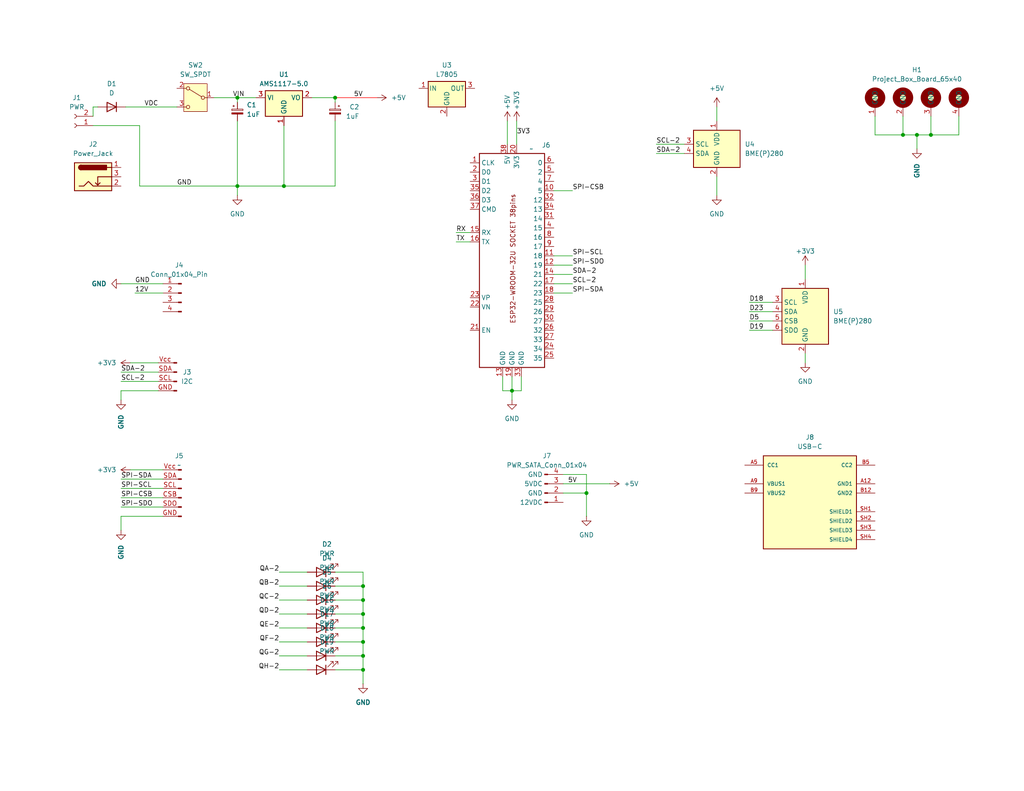
<source format=kicad_sch>
(kicad_sch (version 20231120) (generator "eeschema") (generator_version "8.0")
  (paper "USLetter")
  (title_block (title "ESP32 Sensor Node") (date "2024-07-03") (rev "v2.0") (comment 1 "ESP32-WROOM-32D Adapter"))
  (lib_symbols
    (symbol "+3V3_2" (power) (pin_numbers hide) (pin_names (offset 0) hide)
      (property "Value" "+3V3" (at 0 3.556 0))
      (symbol "+3V3_2_0_1"
        (polyline (pts (xy -0.762 1.27) (xy 0 2.54)))
        (polyline (pts (xy 0 0) (xy 0 2.54)))
        (polyline (pts (xy 0 2.54) (xy 0.762 1.27)))
      )
      (symbol "+3V3_2_1_1"
        (pin power_in line (at 0 0 90) (length 0) (name "~") (number "1"))
      )
    )
    (symbol "+5V_2" (power) (pin_numbers hide) (pin_names (offset 0) hide)
      (property "Value" "+5V" (at 0 3.556 0))
      (symbol "+5V_2_0_1"
        (polyline (pts (xy -0.762 1.27) (xy 0 2.54)))
        (polyline (pts (xy 0 0) (xy 0 2.54)))
        (polyline (pts (xy 0 2.54) (xy 0.762 1.27)))
      )
      (symbol "+5V_2_1_1"
        (pin power_in line (at 0 0 90) (length 0) (name "~") (number "1"))
      )
    )
    (symbol "Alexander Symbol Library:BME(P)280"
      (property "Reference" "U" (at -7.62 10.16 0))
      (property "Value" "BME(P)280" (at 5.08 10.16 0))
      (symbol "BME(P)280_0_1"
        (rectangle (start -7.62 7.62) (end 5.08 -2.54) (stroke (width 0.254)) (fill (type background)))
      )
      (symbol "BME(P)280_1_1"
        (pin power_in line (at -1.27 10.16 270) (length 2.54) (name "VDD") (number "1"))
        (pin power_out line (at -1.27 -5.08 90) (length 2.54) (name "GND") (number "2"))
        (pin input line (at -10.16 3.81 0) (length 2.54) (name "SCL") (number "3"))
        (pin bidirectional line (at -10.16 1.27 0) (length 2.54) (name "SDA") (number "4"))
      )
    )
    (symbol "Alexander Symbol Library:ESP32-WROOM-32U-38pins"
      (property "Reference" "J20" (at 13.6241 62.23 0))
      (property "Value" "~" (at 13.6241 59.69 0))
      (symbol "ESP32-WROOM-32U-38pins_0_1"
        (rectangle (start 0 58.42) (end 17.78 0) (stroke (width 0.254)))
      )
      (symbol "ESP32-WROOM-32U-38pins_1_1"
        (text "ESP32-WROOM-32U SOCKET 38pins" (at 9.144 29.718 900) (effects (font (size 1.27 1.27))))
        (pin input line (at -2.54 55.88 0) (length 2.54) (name "CLK") (number "1"))
        (pin bidirectional line (at 20.32 48.26 180) (length 2.54) (name "5") (number "10"))
        (pin bidirectional line (at 20.32 30.48 180) (length 2.54) (name "18") (number "11"))
        (pin bidirectional line (at 20.32 27.94 180) (length 2.54) (name "19") (number "12"))
        (pin power_out line (at 6.35 -2.54 90) (length 2.54) (name "GND") (number "13"))
        (pin bidirectional line (at 20.32 25.4 180) (length 2.54) (name "21") (number "14"))
        (pin bidirectional line (at -2.54 36.83 0) (length 2.54) (name "RX") (number "15"))
        (pin bidirectional line (at -2.54 34.29 0) (length 2.54) (name "TX") (number "16"))
        (pin bidirectional line (at 20.32 22.86 180) (length 2.54) (name "22") (number "17"))
        (pin bidirectional line (at 20.32 20.32 180) (length 2.54) (name "23") (number "18"))
        (pin power_out line (at 8.89 -2.54 90) (length 2.54) (name "GND") (number "19"))
        (pin bidirectional line (at -2.54 53.34 0) (length 2.54) (name "D0") (number "2"))
        (pin power_in line (at 10.16 60.96 270) (length 2.54) (name "3V3") (number "20"))
        (pin bidirectional line (at -2.54 10.16 0) (length 2.54) (name "EN") (number "21"))
        (pin bidirectional line (at -2.54 16.51 0) (length 2.54) (name "VN") (number "22"))
        (pin bidirectional line (at -2.54 19.05 0) (length 2.54) (name "VP") (number "23"))
        (pin bidirectional line (at 20.32 5.08 180) (length 2.54) (name "34") (number "24"))
        (pin bidirectional line (at 20.32 2.54 180) (length 2.54) (name "35") (number "25"))
        (pin bidirectional line (at 20.32 10.16 180) (length 2.54) (name "32") (number "26"))
        (pin bidirectional line (at 20.32 7.62 180) (length 2.54) (name "33") (number "27"))
        (pin bidirectional line (at 20.32 17.78 180) (length 2.54) (name "25") (number "28"))
        (pin bidirectional line (at 20.32 15.24 180) (length 2.54) (name "26") (number "29"))
        (pin bidirectional line (at -2.54 50.8 0) (length 2.54) (name "D1") (number "3"))
        (pin bidirectional line (at 20.32 12.7 180) (length 2.54) (name "27") (number "30"))
        (pin bidirectional line (at 20.32 40.64 180) (length 2.54) (name "14") (number "31"))
        (pin bidirectional line (at 20.32 45.72 180) (length 2.54) (name "12") (number "32"))
        (pin power_out line (at 11.43 -2.54 90) (length 2.54) (name "GND") (number "33"))
        (pin bidirectional line (at 20.32 43.18 180) (length 2.54) (name "13") (number "34"))
        (pin bidirectional line (at -2.54 48.26 0) (length 2.54) (name "D2") (number "35"))
        (pin bidirectional line (at -2.54 45.72 0) (length 2.54) (name "D3") (number "36"))
        (pin bidirectional line (at -2.54 43.18 0) (length 2.54) (name "CMD") (number "37"))
        (pin power_in line (at 7.62 60.96 270) (length 2.54) (name "5V") (number "38"))
        (pin bidirectional line (at 20.32 38.1 180) (length 2.54) (name "15") (number "4"))
        (pin bidirectional line (at 20.32 53.34 180) (length 2.54) (name "2") (number "5"))
        (pin bidirectional line (at 20.32 55.88 180) (length 2.54) (name "0") (number "6"))
        (pin bidirectional line (at 20.32 50.8 180) (length 2.54) (name "4") (number "7"))
        (pin bidirectional line (at 20.32 35.56 180) (length 2.54) (name "16") (number "8"))
        (pin bidirectional line (at 20.32 33.02 180) (length 2.54) (name "17") (number "9"))
      )
    )
    (symbol "Alexander_Library_Symbols:BME(P)280"
      (property "Reference" "U" (at -7.62 10.16 0))
      (property "Value" "BME(P)280" (at 5.08 10.16 0))
      (symbol "BME(P)280_0_1"
        (rectangle (start -7.62 7.62) (end 5.08 -7.62) (stroke (width 0.254)) (fill (type background)))
      )
      (symbol "BME(P)280_1_1"
        (pin power_in line (at -1.27 10.16 270) (length 2.54) (name "VDD") (number "1"))
        (pin power_out line (at -1.27 -10.16 90) (length 2.54) (name "GND") (number "2"))
        (pin input line (at -10.16 3.81 0) (length 2.54) (name "SCL") (number "3"))
        (pin bidirectional line (at -10.16 1.27 0) (length 2.54) (name "SDA") (number "4"))
        (pin input line (at -10.16 -1.27 0) (length 2.54) (name "CSB") (number "5"))
        (pin input line (at -10.16 -3.81 0) (length 2.54) (name "SDO") (number "6"))
      )
    )
    (symbol "Alexander_Library_Symbols:Conn_I2C_01x04" (pin_names (offset 1.016) hide)
      (property "Reference" "J" (at 0 5.08 0))
      (property "Value" "I2C" (at 0 -7.62 0))
      (symbol "Conn_I2C_01x04_1_1"
        (polyline (pts (xy 1.27 -5.08) (xy 0.8636 -5.08)) (stroke (width 0.1524)))
        (polyline (pts (xy 1.27 -2.54) (xy 0.8636 -2.54)) (stroke (width 0.1524)))
        (polyline (pts (xy 1.27 0) (xy 0.8636 0)) (stroke (width 0.1524)))
        (polyline (pts (xy 1.27 2.54) (xy 0.8636 2.54)) (stroke (width 0.1524)))
        (rectangle (start 0.8636 -4.953) (end 0 -5.207) (stroke (width 0.1524)) (fill (type outline)))
        (rectangle (start 0.8636 -2.413) (end 0 -2.667) (stroke (width 0.1524)) (fill (type outline)))
        (rectangle (start 0.8636 0.127) (end 0 -0.127) (stroke (width 0.1524)) (fill (type outline)))
        (rectangle (start 0.8636 2.667) (end 0 2.413) (stroke (width 0.1524)) (fill (type outline)))
        (pin power_out line (at 5.08 -5.08 180) (length 3.81) (name "GND") (number "GND"))
        (pin bidirectional line (at 5.08 -2.54 180) (length 3.81) (name "SCL") (number "SCL"))
        (pin bidirectional line (at 5.08 0 180) (length 3.81) (name "SDA") (number "SDA"))
        (pin power_in line (at 5.08 2.54 180) (length 3.81) (name "VCC") (number "Vcc"))
      )
    )
    (symbol "Alexander_Library_Symbols:PWR_SATA_Conn_01x04" (pin_names (offset 1.778)) (exclude_from_sim yes)
      (property "Reference" "J" (at 0 -7.62 0))
      (property "Value" "PWR_SATA_Conn_01x04" (at 0 5.08 0))
      (symbol "PWR_SATA_Conn_01x04_1_1"
        (rectangle (start 0 -4.953) (end 0.8636 -5.207) (stroke (width 0.1524)) (fill (type outline)))
        (rectangle (start 0 -2.413) (end 0.8636 -2.667) (stroke (width 0.1524)) (fill (type outline)))
        (polyline (pts (xy 1.27 -5.08) (xy 0.8636 -5.08)) (stroke (width 0.1524)))
        (polyline (pts (xy 1.27 -2.54) (xy 0.8636 -2.54)) (stroke (width 0.1524)))
        (polyline (pts (xy 1.27 0) (xy 0.8636 0)) (stroke (width 0.1524)))
        (polyline (pts (xy 1.27 2.54) (xy 0.8636 2.54)) (stroke (width 0.1524)))
        (rectangle (start 0 0.127) (end 0.8636 -0.127) (stroke (width 0.1524)) (fill (type outline)))
        (rectangle (start 0 2.667) (end 0.8636 2.413) (stroke (width 0.1524)) (fill (type outline)))
        (pin passive line (at 5.08 -5.08 180) (length 3.81) (name "12VDC") (number "1"))
        (pin passive line (at 5.08 -2.54 180) (length 3.81) (name "GND") (number "2"))
        (pin passive line (at 5.08 0 180) (length 3.81) (name "5VDC") (number "3"))
        (pin passive line (at 5.08 2.54 180) (length 3.81) (name "GND") (number "4"))
      )
    )
    (symbol "Alexander_Library_Symbols:Project_Box_Board_65x40"
      (property "Reference" "H" (at 0 7.62 0))
      (property "Value" "Project_Box_Board_65x40" (at 0 5.08 0))
      (symbol "Project_Box_Board_65x40_0_1"
        (circle (center -11.43 -1.27) (radius 1.27) (fill (type background)))
        (circle (center -11.43 -1.27) (radius 1.7961) (stroke (width 2)))
        (circle (center -3.81 -1.27) (radius 1.27) (fill (type background)))
        (circle (center -3.81 -1.27) (radius 1.7961) (stroke (width 2)))
        (circle (center 3.81 -1.27) (radius 1.27) (fill (type background)))
        (circle (center 3.81 -1.27) (radius 1.7961) (stroke (width 2)))
        (circle (center 11.43 -1.27) (radius 1.27) (fill (type background)))
        (circle (center 11.43 -1.27) (radius 1.7961) (stroke (width 2)))
      )
      (symbol "Project_Box_Board_65x40_1_1"
        (pin passive line (at -11.43 -6.35 90) (length 2.54) (name "GND") (number "1"))
        (pin passive line (at -3.81 -6.35 90) (length 2.54) (name "GND") (number "2"))
        (pin passive line (at 3.81 -6.35 90) (length 2.54) (name "GND") (number "3"))
        (pin passive line (at 11.43 -6.35 90) (length 2.54) (name "GND") (number "4"))
      )
    )
    (symbol "Alexander_Library_Symbols:SW_SPDT" (pin_names (offset 0) hide)
      (property "Reference" "SW" (at 0 5.08 0))
      (property "Value" "SW_SPDT" (at 0 -5.08 0))
      (symbol "SW_SPDT_0_1"
        (circle (center -2.032 0) (radius 0.4572))
        (polyline (pts (xy -1.651 0.254) (xy 1.651 2.286)))
        (circle (center 2.032 -2.54) (radius 0.4572))
        (circle (center 2.032 2.54) (radius 0.4572))
      )
      (symbol "SW_SPDT_1_1"
        (rectangle (start -3.175 3.81) (end 3.175 -3.81) (fill (type background)))
        (pin passive line (at -5.08 0 0) (length 2.54) (name "COM") (number "1"))
        (pin passive line (at 5.08 2.54 180) (length 2.54) (name "A") (number "2"))
        (pin passive line (at 5.08 -2.54 180) (length 2.54) (name "B") (number "3"))
      )
    )
    (symbol "Alexander_Library_Symbols:USB-C RCP USB2.0 6POS" (pin_names (offset 1.016))
      (property "Reference" "J" (at -12.7 13.2842 0))
      (property "Value" "USB-C" (at -12.7 -15.24 0))
      (symbol "USB-C RCP USB2.0 6POS_0_0"
        (rectangle (start -12.7 -12.7) (end 12.7 12.7) (stroke (width 0.254)) (fill (type background)))
        (pin power_in line (at 17.78 5.08 180) (length 5.08) (name "GND1") (number "A12"))
        (pin bidirectional line (at -17.78 10.16 0) (length 5.08) (name "CC1") (number "A5"))
        (pin power_in line (at -17.78 5.08 0) (length 5.08) (name "VBUS1") (number "A9"))
        (pin power_in line (at 17.78 2.54 180) (length 5.08) (name "GND2") (number "B12"))
        (pin bidirectional line (at 17.78 10.16 180) (length 5.08) (name "CC2") (number "B5"))
        (pin power_in line (at -17.78 2.54 0) (length 5.08) (name "VBUS2") (number "B9"))
        (pin passive line (at 17.78 -2.54 180) (length 5.08) (name "SHIELD1") (number "SH1"))
        (pin passive line (at 17.78 -5.08 180) (length 5.08) (name "SHIELD2") (number "SH2"))
        (pin passive line (at 17.78 -7.62 180) (length 5.08) (name "SHIELD3") (number "SH3"))
        (pin passive line (at 17.78 -10.16 180) (length 5.08) (name "SHIELD4") (number "SH4"))
      )
    )
    (symbol "Conn_01x04_Pin_1" (pin_names (offset 1.016) hide)
      (property "Reference" "J" (at 0 5.08 0))
      (property "Value" "Conn_01x04_Pin" (at 0 -7.62 0))
      (symbol "Conn_01x04_Pin_1_1_1"
        (polyline (pts (xy 1.27 -5.08) (xy 0.8636 -5.08)) (stroke (width 0.1524)))
        (polyline (pts (xy 1.27 -2.54) (xy 0.8636 -2.54)) (stroke (width 0.1524)))
        (polyline (pts (xy 1.27 0) (xy 0.8636 0)) (stroke (width 0.1524)))
        (polyline (pts (xy 1.27 2.54) (xy 0.8636 2.54)) (stroke (width 0.1524)))
        (rectangle (start 0.8636 -4.953) (end 0 -5.207) (stroke (width 0.1524)) (fill (type outline)))
        (rectangle (start 0.8636 -2.413) (end 0 -2.667) (stroke (width 0.1524)) (fill (type outline)))
        (rectangle (start 0.8636 0.127) (end 0 -0.127) (stroke (width 0.1524)) (fill (type outline)))
        (rectangle (start 0.8636 2.667) (end 0 2.413) (stroke (width 0.1524)) (fill (type outline)))
        (pin passive line (at 5.08 2.54 180) (length 3.81) (name "Pin_1") (number "1"))
        (pin passive line (at 5.08 0 180) (length 3.81) (name "Pin_2") (number "2"))
        (pin passive line (at 5.08 -2.54 180) (length 3.81) (name "Pin_3") (number "3"))
        (pin passive line (at 5.08 -5.08 180) (length 3.81) (name "Pin_4") (number "4"))
      )
    )
    (symbol "Conn_SPI_1" (pin_names hide)
      (property "Reference" "J" (at 0 0 0))
      (symbol "Conn_SPI_1_1_1"
        (polyline (pts (xy 1.27 5.08) (xy 0.8636 5.08)) (stroke (width 0.1524)))
        (polyline (pts (xy 1.27 7.62) (xy 0.8636 7.62)) (stroke (width 0.1524)))
        (polyline (pts (xy 1.27 10.16) (xy 0.8636 10.16)) (stroke (width 0.1524)))
        (polyline (pts (xy 1.27 12.7) (xy 0.8636 12.7)) (stroke (width 0.1524)))
        (polyline (pts (xy 1.27 15.24) (xy 0.8636 15.24)) (stroke (width 0.1524)))
        (polyline (pts (xy 1.27 17.78) (xy 0.8636 17.78)) (stroke (width 0.1524)))
        (rectangle (start 0 10.287) (end 0.8636 10.033) (stroke (width 0.1524)) (fill (type outline)))
        (rectangle (start 0 12.827) (end 0.8636 12.573) (stroke (width 0.1524)) (fill (type outline)))
        (rectangle (start 0.8636 5.207) (end 0 4.953) (stroke (width 0.1524)) (fill (type outline)))
        (rectangle (start 0.8636 7.747) (end 0 7.493) (stroke (width 0.1524)) (fill (type outline)))
        (rectangle (start 0.8636 15.367) (end 0 15.113) (stroke (width 0.1524)) (fill (type outline)))
        (rectangle (start 0.8636 17.907) (end 0 17.653) (stroke (width 0.1524)) (fill (type outline)))
        (pin bidirectional line (at 5.08 10.16 180) (length 3.81) (name "CSB") (number "CSB"))
        (pin power_out line (at 5.08 5.08 180) (length 3.81) (name "GND") (number "GND"))
        (pin bidirectional line (at 5.08 12.7 180) (length 3.81) (name "SCL") (number "SCL"))
        (pin bidirectional line (at 5.08 15.24 180) (length 3.81) (name "SDA") (number "SDA"))
        (pin bidirectional line (at 5.08 7.62 180) (length 3.81) (name "SDO") (number "SDO"))
        (pin power_in line (at 5.08 17.78 180) (length 3.81) (name "VCC") (number "Vcc"))
      )
    )
    (symbol "Connector:Barrel_Jack_Switch" (pin_names hide)
      (property "Reference" "J" (at 0 5.334 0))
      (property "Value" "Barrel_Jack_Switch" (at 0 -5.08 0))
      (symbol "Barrel_Jack_Switch_0_1"
        (rectangle (start -5.08 3.81) (end 5.08 -3.81) (stroke (width 0.254)) (fill (type background)))
        (arc (start -3.302 3.175) (mid -3.9343 2.54) (end -3.302 1.905) (stroke (width 0.254)))
        (arc (start -3.302 3.175) (mid -3.9343 2.54) (end -3.302 1.905) (stroke (width 0.254)) (fill (type outline)))
        (polyline (pts (xy 1.27 -2.286) (xy 1.905 -1.651)) (stroke (width 0.254)))
        (polyline (pts (xy 5.08 2.54) (xy 3.81 2.54)) (stroke (width 0.254)))
        (polyline (pts (xy 5.08 0) (xy 1.27 0) (xy 1.27 -2.286) (xy 0.635 -1.651)) (stroke (width 0.254)))
        (polyline (pts (xy -3.81 -2.54) (xy -2.54 -2.54) (xy -1.27 -1.27) (xy 0 -2.54) (xy 2.54 -2.54) (xy 5.08 -2.54)) (stroke (width 0.254)))
        (rectangle (start 3.683 3.175) (end -3.302 1.905) (stroke (width 0.254)) (fill (type outline)))
      )
      (symbol "Barrel_Jack_Switch_1_1"
        (pin passive line (at 7.62 2.54 180) (length 2.54) (name "~") (number "1"))
        (pin passive line (at 7.62 -2.54 180) (length 2.54) (name "~") (number "2"))
        (pin passive line (at 7.62 0 180) (length 2.54) (name "~") (number "3"))
      )
    )
    (symbol "Connector:Conn_01x02_Socket" (pin_names (offset 1.016) hide)
      (property "Reference" "J" (at 0 2.54 0))
      (property "Value" "Conn_01x02_Socket" (at 0 -5.08 0))
      (symbol "Conn_01x02_Socket_1_1"
        (arc (start 0 -2.032) (mid -0.5058 -2.54) (end 0 -3.048) (stroke (width 0.1524)))
        (polyline (pts (xy -1.27 -2.54) (xy -0.508 -2.54)) (stroke (width 0.1524)))
        (polyline (pts (xy -1.27 0) (xy -0.508 0)) (stroke (width 0.1524)))
        (arc (start 0 0.508) (mid -0.5058 0) (end 0 -0.508) (stroke (width 0.1524)))
        (pin passive line (at -5.08 0 0) (length 3.81) (name "Pin_1") (number "1"))
        (pin passive line (at -5.08 -2.54 0) (length 3.81) (name "Pin_2") (number "2"))
      )
    )
    (symbol "Device:C_Polarized_Small" (pin_numbers hide) (pin_names (offset 0.254) hide)
      (property "Reference" "C" (at 0.254 1.778 0))
      (property "Value" "C_Polarized_Small" (at 0.254 -2.032 0))
      (symbol "C_Polarized_Small_0_1"
        (rectangle (start -1.524 -0.3048) (end 1.524 -0.6858) (fill (type outline)))
        (rectangle (start -1.524 0.6858) (end 1.524 0.3048))
        (polyline (pts (xy -1.27 1.524) (xy -0.762 1.524)))
        (polyline (pts (xy -1.016 1.27) (xy -1.016 1.778)))
      )
      (symbol "C_Polarized_Small_1_1"
        (pin passive line (at 0 2.54 270) (length 1.8542) (name "~") (number "1"))
        (pin passive line (at 0 -2.54 90) (length 1.8542) (name "~") (number "2"))
      )
    )
    (symbol "Device:D" (pin_numbers hide) (pin_names (offset 1.016) hide)
      (property "Reference" "D" (at 0 2.54 0))
      (property "Value" "D" (at 0 -2.54 0))
      (symbol "D_0_1"
        (polyline (pts (xy -1.27 1.27) (xy -1.27 -1.27)) (stroke (width 0.254)))
        (polyline (pts (xy 1.27 0) (xy -1.27 0)))
        (polyline (pts (xy 1.27 1.27) (xy 1.27 -1.27) (xy -1.27 0) (xy 1.27 1.27)) (stroke (width 0.254)))
      )
      (symbol "D_1_1"
        (pin passive line (at -3.81 0 0) (length 2.54) (name "K") (number "1"))
        (pin passive line (at 3.81 0 180) (length 2.54) (name "A") (number "2"))
      )
    )
    (symbol "Device:LED" (pin_numbers hide) (pin_names (offset 1.016) hide)
      (property "Reference" "D" (at 0 2.54 0))
      (property "Value" "LED" (at 0 -2.54 0))
      (symbol "LED_0_1"
        (polyline (pts (xy -1.27 -1.27) (xy -1.27 1.27)) (stroke (width 0.254)))
        (polyline (pts (xy -1.27 0) (xy 1.27 0)))
        (polyline (pts (xy 1.27 -1.27) (xy 1.27 1.27) (xy -1.27 0) (xy 1.27 -1.27)) (stroke (width 0.254)))
        (polyline (pts (xy -3.048 -0.762) (xy -4.572 -2.286) (xy -3.81 -2.286) (xy -4.572 -2.286) (xy -4.572 -1.524)))
        (polyline (pts (xy -1.778 -0.762) (xy -3.302 -2.286) (xy -2.54 -2.286) (xy -3.302 -2.286) (xy -3.302 -1.524)))
      )
      (symbol "LED_1_1"
        (pin passive line (at -3.81 0 0) (length 2.54) (name "K") (number "1"))
        (pin passive line (at 3.81 0 180) (length 2.54) (name "A") (number "2"))
      )
    )
    (symbol "GND_4" (power) (pin_numbers hide) (pin_names (offset 0) hide)
      (property "Value" "GND" (at 0 -3.81 0))
      (symbol "GND_4_0_1"
        (polyline (pts (xy 0 0) (xy 0 -1.27) (xy 1.27 -1.27) (xy 0 -2.54) (xy -1.27 -1.27) (xy 0 -1.27)))
      )
      (symbol "GND_4_1_1"
        (pin power_in line (at 0 0 270) (length 0) (name "~") (number "1"))
      )
    )
    (symbol "GND_7" (power) (pin_numbers hide) (pin_names (offset 0) hide)
      (property "Value" "GND" (at 0 -3.81 0))
      (symbol "GND_7_0_1"
        (polyline (pts (xy 0 0) (xy 0 -1.27) (xy 1.27 -1.27) (xy 0 -2.54) (xy -1.27 -1.27) (xy 0 -1.27)))
      )
      (symbol "GND_7_1_1"
        (pin power_in line (at 0 0 270) (length 0) (name "~") (number "1"))
      )
    )
    (symbol "Regulator_Linear:AMS1117-5.0"
      (property "Reference" "U" (at -3.81 3.175 0))
      (property "Value" "AMS1117-5.0" (at 0 3.175 0))
      (symbol "AMS1117-5.0_0_1"
        (rectangle (start -5.08 -5.08) (end 5.08 1.905) (stroke (width 0.254)) (fill (type background)))
      )
      (symbol "AMS1117-5.0_1_1"
        (pin power_in line (at 0 -7.62 90) (length 2.54) (name "GND") (number "1"))
        (pin power_out line (at 7.62 0 180) (length 2.54) (name "VO") (number "2"))
        (pin power_in line (at -7.62 0 0) (length 2.54) (name "VI") (number "3"))
      )
    )
    (symbol "Regulator_Linear:L7805" (pin_names (offset 0.254))
      (property "Reference" "U4" (at 0 6.35 0))
      (property "Value" "L7805" (at 0 3.81 0))
      (symbol "L7805_0_1"
        (rectangle (start -5.08 1.905) (end 5.08 -5.08) (stroke (width 0.254)) (fill (type background)))
      )
      (symbol "L7805_1_1"
        (pin power_in line (at -7.62 0 0) (length 2.54) (name "IN") (number "1"))
        (pin power_in line (at 0 -7.62 90) (length 2.54) (name "GND") (number "2"))
        (pin power_out line (at 7.62 0 180) (length 2.54) (name "OUT") (number "3"))
      )
    )
    (symbol "power:+3V3" (power) (pin_names (offset 0))
      (property "Value" "+3V3" (at 0 3.556 0))
      (symbol "+3V3_0_1"
        (polyline (pts (xy -0.762 1.27) (xy 0 2.54)))
        (polyline (pts (xy 0 0) (xy 0 2.54)))
        (polyline (pts (xy 0 2.54) (xy 0.762 1.27)))
      )
      (symbol "+3V3_1_1"
        (pin power_in line (at 0 0 90) (length 0) hide (name "+3V3") (number "1"))
      )
    )
    (symbol "power:GND" (power) (pin_names (offset 0))
      (property "Value" "GND" (at 0 -3.81 0))
      (symbol "GND_0_1"
        (polyline (pts (xy 0 0) (xy 0 -1.27) (xy 1.27 -1.27) (xy 0 -2.54) (xy -1.27 -1.27) (xy 0 -1.27)))
      )
      (symbol "GND_1_1"
        (pin power_in line (at 0 0 270) (length 0) hide (name "GND") (number "1"))
      )
    )
  )
  (junction (at 99.06 160.02))
  (junction (at 246.38 36.83))
  (junction (at 99.06 163.83))
  (junction (at 77.47 50.8))
  (junction (at 139.7 106.68))
  (junction (at 99.06 179.07))
  (junction (at 91.44 26.67))
  (junction (at 99.06 171.45))
  (junction (at 64.77 50.8))
  (junction (at 160.02 134.62))
  (junction (at 99.06 167.64))
  (junction (at 254 36.83))
  (junction (at 250.19 36.83))
  (junction (at 99.06 175.26))
  (junction (at 64.77 26.67))
  (junction (at 99.06 182.88))
  (wire (pts (xy 151.13 52.07) (xy 156.21 52.07)))
  (wire (pts (xy 77.47 50.8) (xy 77.47 34.29)))
  (wire (pts (xy 33.02 101.6) (xy 43.18 101.6)))
  (wire (pts (xy 137.16 102.87) (xy 137.16 106.68)))
  (wire (pts (xy 99.06 182.88) (xy 99.06 186.69)))
  (wire (pts (xy 99.06 156.21) (xy 99.06 160.02)))
  (wire (pts (xy 204.47 82.55) (xy 210.82 82.55)))
  (wire (pts (xy 99.06 171.45) (xy 99.06 175.26)))
  (wire (pts (xy 238.76 31.75) (xy 238.76 36.83)))
  (wire (pts (xy 160.02 134.62) (xy 160.02 140.97)))
  (wire (pts (xy 153.67 129.54) (xy 160.02 129.54)))
  (wire (pts (xy 33.02 106.68) (xy 43.18 106.68)))
  (wire (pts (xy 33.02 140.97) (xy 44.45 140.97)))
  (wire (pts (xy 139.7 102.87) (xy 139.7 106.68)))
  (wire (pts (xy 33.02 109.22) (xy 33.02 106.68)))
  (wire (pts (xy 151.13 77.47) (xy 156.21 77.47)))
  (wire (pts (xy 91.44 167.64) (xy 99.06 167.64)))
  (wire (pts (xy 195.58 29.21) (xy 195.58 33.02)))
  (wire (pts (xy 137.16 106.68) (xy 139.7 106.68)))
  (wire (pts (xy 99.06 163.83) (xy 99.06 167.64)))
  (wire (pts (xy 250.19 40.64) (xy 250.19 36.83)))
  (wire (pts (xy 33.02 130.81) (xy 44.45 130.81)))
  (wire (pts (xy 204.47 87.63) (xy 210.82 87.63)))
  (wire (pts (xy 91.44 26.67) (xy 91.44 27.94)))
  (wire (pts (xy 91.44 175.26) (xy 99.06 175.26)))
  (wire (pts (xy 91.44 171.45) (xy 99.06 171.45)))
  (wire (pts (xy 64.77 26.67) (xy 69.85 26.67)))
  (wire (pts (xy 83.82 156.21) (xy 76.2 156.21)))
  (wire (pts (xy 151.13 80.01) (xy 156.21 80.01)))
  (wire (pts (xy 25.4 34.29) (xy 38.1 34.29)))
  (wire (pts (xy 151.13 72.39) (xy 156.21 72.39)))
  (wire (pts (xy 124.46 63.5) (xy 128.27 63.5)))
  (wire (pts (xy 91.44 156.21) (xy 99.06 156.21)))
  (wire (pts (xy 179.07 39.37) (xy 186.69 39.37)))
  (wire (pts (xy 35.56 99.06) (xy 43.18 99.06)))
  (wire (pts (xy 139.7 106.68) (xy 139.7 109.22)))
  (wire (pts (xy 261.62 31.75) (xy 261.62 36.83)))
  (wire (pts (xy 99.06 160.02) (xy 99.06 163.83)))
  (wire (pts (xy 85.09 26.67) (xy 91.44 26.67)))
  (wire (pts (xy 33.02 133.35) (xy 44.45 133.35)))
  (wire (pts (xy 246.38 36.83) (xy 250.19 36.83)))
  (wire (pts (xy 238.76 36.83) (xy 246.38 36.83)))
  (wire (pts (xy 99.06 167.64) (xy 99.06 171.45)))
  (wire (pts (xy 64.77 50.8) (xy 77.47 50.8)))
  (wire (pts (xy 99.06 179.07) (xy 99.06 182.88)))
  (wire (pts (xy 25.4 31.75) (xy 25.4 29.21)))
  (wire (pts (xy 76.2 160.02) (xy 83.82 160.02)))
  (wire (pts (xy 254 31.75) (xy 254 36.83)))
  (wire (pts (xy 151.13 69.85) (xy 156.21 69.85)))
  (wire (pts (xy 91.44 26.67) (xy 102.87 26.67)) (stroke (width 0) (color 255 0 0 1)))
  (wire (pts (xy 204.47 90.17) (xy 210.82 90.17)))
  (wire (pts (xy 33.02 138.43) (xy 44.45 138.43)))
  (wire (pts (xy 34.29 29.21) (xy 48.26 29.21)))
  (wire (pts (xy 91.44 182.88) (xy 99.06 182.88)))
  (wire (pts (xy 195.58 48.26) (xy 195.58 53.34)))
  (wire (pts (xy 58.42 26.67) (xy 64.77 26.67)))
  (wire (pts (xy 142.24 106.68) (xy 139.7 106.68)))
  (wire (pts (xy 91.44 179.07) (xy 99.06 179.07)))
  (wire (pts (xy 153.67 134.62) (xy 160.02 134.62)))
  (wire (pts (xy 91.44 33.02) (xy 91.44 50.8)))
  (wire (pts (xy 204.47 85.09) (xy 210.82 85.09)))
  (wire (pts (xy 160.02 129.54) (xy 160.02 134.62)))
  (wire (pts (xy 246.38 31.75) (xy 246.38 36.83)))
  (wire (pts (xy 261.62 36.83) (xy 254 36.83)))
  (wire (pts (xy 64.77 27.94) (xy 64.77 26.67)))
  (wire (pts (xy 64.77 53.34) (xy 64.77 50.8)))
  (wire (pts (xy 153.67 132.08) (xy 166.37 132.08)))
  (wire (pts (xy 124.46 66.04) (xy 128.27 66.04)))
  (wire (pts (xy 138.43 33.02) (xy 138.43 39.37)))
  (wire (pts (xy 25.4 29.21) (xy 26.67 29.21)))
  (wire (pts (xy 33.02 144.78) (xy 33.02 140.97)))
  (wire (pts (xy 219.71 96.52) (xy 219.71 99.06)))
  (wire (pts (xy 91.44 50.8) (xy 77.47 50.8)))
  (wire (pts (xy 76.2 163.83) (xy 83.82 163.83)))
  (wire (pts (xy 38.1 34.29) (xy 38.1 50.8)))
  (wire (pts (xy 76.2 171.45) (xy 83.82 171.45)))
  (wire (pts (xy 151.13 74.93) (xy 156.21 74.93)))
  (wire (pts (xy 76.2 167.64) (xy 83.82 167.64)))
  (wire (pts (xy 91.44 160.02) (xy 99.06 160.02)))
  (wire (pts (xy 36.83 80.01) (xy 44.45 80.01)))
  (wire (pts (xy 76.2 182.88) (xy 83.82 182.88)))
  (wire (pts (xy 219.71 72.39) (xy 219.71 76.2)))
  (wire (pts (xy 91.44 163.83) (xy 99.06 163.83)))
  (wire (pts (xy 142.24 102.87) (xy 142.24 106.68)))
  (wire (pts (xy 33.02 104.14) (xy 43.18 104.14)))
  (wire (pts (xy 76.2 175.26) (xy 83.82 175.26)))
  (wire (pts (xy 33.02 77.47) (xy 44.45 77.47)))
  (wire (pts (xy 179.07 41.91) (xy 186.69 41.91)))
  (wire (pts (xy 35.56 128.27) (xy 44.45 128.27)))
  (wire (pts (xy 38.1 50.8) (xy 64.77 50.8)))
  (wire (pts (xy 99.06 175.26) (xy 99.06 179.07)))
  (wire (pts (xy 140.97 33.02) (xy 140.97 39.37)))
  (wire (pts (xy 76.2 179.07) (xy 83.82 179.07)))
  (wire (pts (xy 254 36.83) (xy 250.19 36.83)))
  (wire (pts (xy 33.02 135.89) (xy 44.45 135.89)))
  (wire (pts (xy 64.77 33.02) (xy 64.77 50.8)))
  (label "QF-2" (at 76.2 175.26 180))
  (label "QC-2" (at 76.2 163.83 180))
  (label "12V" (at 36.83 80.01 0))
  (label "D18" (at 204.47 82.55 0))
  (label "D23" (at 204.47 85.09 0))
  (label "QB-2" (at 76.2 160.02 180))
  (label "RX" (at 124.46 63.5 0))
  (label "SDA-2" (at 33.02 101.6 0))
  (label "QG-2" (at 76.2 179.07 180))
  (label "SDA-2" (at 179.07 41.91 0))
  (label "VDC" (at 39.37 29.21 0))
  (label "D5" (at 204.47 87.63 0))
  (label "QA-2" (at 76.2 156.21 180))
  (label "SPI-CSB" (at 156.21 52.07 0))
  (label "3V3" (at 140.97 36.83 0))
  (label "SCL-2" (at 33.02 104.14 0))
  (label "SCL-2" (at 156.21 77.47 0))
  (label "QE-2" (at 76.2 171.45 180))
  (label "SPI-SDO" (at 33.02 138.43 0))
  (label "QH-2" (at 76.2 182.88 180))
  (label "QD-2" (at 76.2 167.64 180))
  (label "SDA-2" (at 156.21 74.93 0))
  (label "SPI-SDA" (at 33.02 130.81 0))
  (label "GND" (at 48.26 50.8 0))
  (label "SPI-SDO" (at 156.21 72.39 0))
  (label "5V" (at 154.94 132.08 0))
  (label "SPI-SCL" (at 33.02 133.35 0))
  (label "5V" (at 96.52 26.67 0))
  (label "VIN" (at 63.5 26.67 0))
  (label "GND" (at 36.83 77.47 0))
  (label "SPI-SCL" (at 156.21 69.85 0))
  (label "D19" (at 204.47 90.17 0))
  (label "SPI-SDA" (at 156.21 80.01 0))
  (label "SPI-CSB" (at 33.02 135.89 0))
  (label "SCL-2" (at 179.07 39.37 0))
  (label "TX" (at 124.46 66.04 0))
  (symbol (lib_id "Device:LED") (at 87.63 179.07 180) (unit 1) (on_board no)
    (property "Reference" "D18" (at 89.2175 171.45 0))
    (property "Value" "PWR" (at 89.2175 173.99 0))
    (property "Footprint" "LED_SMD:LED_1210_3225Metric_Pad1.42x2.65mm_HandSolder" (effects (hide yes)))
    (property "Description" "Light emitting diode" (effects (hide yes)))
  )
  (symbol (lib_id "power:GND") (at 219.71 99.06 0) (unit 1)
    (property "Reference" "#PWR021" (effects (hide yes)))
    (property "Value" "GND" (at 219.71 104.14 0))
  )
  (symbol (lib_name "+5V_2") (lib_id "power:+5V") (at 102.87 26.67 270) (unit 1)
    (property "Reference" "#PWR08" (effects (hide yes)))
    (property "Value" "+5V" (at 106.68 26.6699 90) (effects (justify left)))
    (property "Description" "Power symbol creates a global label with name \"+5V\"" (effects (hide yes)))
  )
  (symbol (lib_name "Conn_SPI_1") (lib_id "Alexander Symbol Library:Conn_SPI") (at 49.53 146.05 0) (mirror y) (unit 1)
    (property "Reference" "J5" (at 48.895 124.46 0))
    (property "Value" "~" (at 48.895 127 0))
    (property "Footprint" "Alexander Footprint Library:Conn_SPI" (effects (hide yes)))
  )
  (symbol (lib_id "Connector:Conn_01x02_Socket") (at 20.32 34.29 180) (unit 1)
    (property "Reference" "J1" (at 20.955 26.67 0))
    (property "Value" "PWR" (at 20.955 29.21 0))
    (property "Footprint" "Alexander Footprint Library:PinSocket_1x02_P2.54" (effects (hide yes)))
  )
  (symbol (lib_name "GND_4") (lib_id "power:GND") (at 99.06 186.69 0) (unit 1)
    (property "Reference" "#PWR07" (effects (hide yes)))
    (property "Value" "GND" (at 99.06 191.77 0) (effects (font (bold yes))))
    (property "Description" "Power symbol creates a global label with name \"GND\" , ground" (effects (hide yes)))
  )
  (symbol (lib_id "Device:D") (at 30.48 29.21 180) (unit 1)
    (property "Reference" "D1" (at 30.48 22.86 0))
    (property "Value" "D" (at 30.48 25.4 0))
    (property "Footprint" "Diode_SMD:D_1210_3225Metric" (effects (hide yes)))
    (property "Description" "Diode" (effects (hide yes)))
    (property "Sim.Device" "D" (effects (hide yes)))
    (property "Sim.Pins" "1=K 2=A" (effects (hide yes)))
  )
  (symbol (lib_id "power:GND") (at 33.02 109.22 0) (unit 1)
    (property "Reference" "#PWR02" (effects (hide yes)))
    (property "Value" "GND" (at 33.02 113.03 90) (effects (font (bold yes)) (justify right)))
  )
  (symbol (lib_id "Regulator_Linear:L7805") (at 121.92 24.13 0) (unit 1) (on_board no)
    (property "Reference" "U3" (at 121.92 17.78 0))
    (property "Value" "L7805" (at 121.92 20.32 0))
    (property "Footprint" "Alexander Footprint Library:LD1117" (effects (hide yes)))
    (property "Datasheet" "datasheets/Voltage-Regulator_L7805.pdf" (effects (hide yes)))
    (property "Description" "Voltage Regulator 1.5A Positive" (effects (hide yes)))
  )
  (symbol (lib_name "+3V3_2") (lib_id "power:+3V3") (at 219.71 72.39 0) (unit 1)
    (property "Reference" "#PWR017" (effects (hide yes)))
    (property "Value" "+3V3" (at 219.71 68.58 0))
    (property "Description" "Power symbol creates a global label with name \"+3V3\"" (effects (hide yes)))
  )
  (symbol (lib_id "Device:C_Polarized_Small") (at 64.77 30.48 0) (unit 1)
    (property "Reference" "C1" (at 67.31 28.6639 0) (effects (justify left)))
    (property "Value" "1uF" (at 67.31 31.2039 0) (effects (justify left)))
    (property "Footprint" "Capacitor_THT:CP_Radial_D4.0mm_P2.00mm" (effects (hide yes)))
  )
  (symbol (lib_id "Regulator_Linear:AMS1117-5.0") (at 77.47 26.67 0) (unit 1)
    (property "Reference" "U1" (at 77.47 20.32 0))
    (property "Value" "AMS1117-5.0" (at 77.47 22.86 0))
    (property "Footprint" "Package_TO_SOT_SMD:SOT-223-3_TabPin2" (effects (hide yes)))
    (property "Datasheet" "http://www.advanced-monolithic.com/pdf/ds1117.pdf" (effects (hide yes)))
    (property "Description" "1A Low Dropout regulator, positive, 5.0V fixed output, SOT-223" (effects (hide yes)))
  )
  (symbol (lib_id "Device:LED") (at 87.63 175.26 180) (unit 1) (on_board no)
    (property "Reference" "D17" (at 89.2175 167.64 0))
    (property "Value" "PWR" (at 89.2175 170.18 0))
    (property "Footprint" "LED_SMD:LED_1210_3225Metric_Pad1.42x2.65mm_HandSolder" (effects (hide yes)))
    (property "Description" "Light emitting diode" (effects (hide yes)))
  )
  (symbol (lib_id "power:GND") (at 139.7 109.22 0) (unit 1)
    (property "Reference" "#PWR010" (effects (hide yes)))
    (property "Value" "GND" (at 139.7 114.3 0))
  )
  (symbol (lib_id "power:GND") (at 195.58 53.34 0) (unit 1)
    (property "Reference" "#PWR016" (effects (hide yes)))
    (property "Value" "GND" (at 195.58 58.42 0))
  )
  (symbol (lib_name "+3V3_2") (lib_id "power:+3V3") (at 140.97 33.02 0) (unit 1)
    (property "Reference" "#PWR012" (effects (hide yes)))
    (property "Value" "+3V3" (at 140.97 27.432 90))
    (property "Description" "Power symbol creates a global label with name \"+3V3\"" (effects (hide yes)))
  )
  (symbol (lib_name "+5V_2") (lib_id "power:+5V") (at 195.58 29.21 0) (unit 1)
    (property "Reference" "#PWR015" (effects (hide yes)))
    (property "Value" "+5V" (at 195.58 24.13 0))
    (property "Description" "Power symbol creates a global label with name \"+5V\"" (effects (hide yes)))
  )
  (symbol (lib_name "GND_7") (lib_id "power:GND") (at 160.02 140.97 0) (unit 1)
    (property "Reference" "#PWR013" (effects (hide yes)))
    (property "Value" "GND" (at 160.02 146.05 0))
    (property "Description" "Power symbol creates a global label with name \"GND\" , ground" (effects (hide yes)))
  )
  (symbol (lib_id "Device:LED") (at 87.63 163.83 180) (unit 1) (on_board no)
    (property "Reference" "D5" (at 89.2175 156.21 0))
    (property "Value" "PWR" (at 89.2175 158.75 0))
    (property "Footprint" "LED_SMD:LED_1210_3225Metric_Pad1.42x2.65mm_HandSolder" (effects (hide yes)))
    (property "Description" "Light emitting diode" (effects (hide yes)))
  )
  (symbol (lib_id "power:+3V3") (at 35.56 128.27 90) (unit 1)
    (property "Reference" "#PWR05" (effects (hide yes)))
    (property "Value" "+3V3" (at 31.75 128.27 90) (effects (justify left)))
  )
  (symbol (lib_id "Device:LED") (at 87.63 182.88 180) (unit 1) (on_board no)
    (property "Reference" "D19" (at 89.2175 175.26 0))
    (property "Value" "PWR" (at 89.2175 177.8 0))
    (property "Footprint" "LED_SMD:LED_1210_3225Metric_Pad1.42x2.65mm_HandSolder" (effects (hide yes)))
    (property "Description" "Light emitting diode" (effects (hide yes)))
  )
  (symbol (lib_id "Alexander_Library_Symbols:Conn_I2C_01x04") (at 48.26 101.6 0) (mirror y) (unit 1)
    (property "Reference" "J3" (at 51.054 101.6 0))
    (property "Value" "I2C" (at 51.054 104.14 0))
    (property "Footprint" "Alexander Footprint Library:Conn_I2C" (effects (hide yes)))
  )
  (symbol (lib_name "Conn_01x04_Pin_1") (lib_id "Connector:Conn_01x04_Pin") (at 49.53 80.01 0) (mirror y) (unit 1) (on_board no)
    (property "Reference" "J4" (at 48.895 72.39 0))
    (property "Value" "Conn_01x04_Pin" (at 48.895 74.93 0))
    (property "Footprint" "Connector:FanPinHeader_1x04_P2.54mm_Vertical" (effects (hide yes)))
    (property "Description" "Generic connector, single row, 01x04, script generated" (effects (hide yes)))
  )
  (symbol (lib_id "power:GND") (at 33.02 144.78 0) (unit 1)
    (property "Reference" "#PWR03" (effects (hide yes)))
    (property "Value" "GND" (at 33.02 148.59 90) (effects (font (bold yes)) (justify right)))
  )
  (symbol (lib_id "Alexander_Library_Symbols:USB-C RCP USB2.0 6POS") (at 220.98 137.16 0) (unit 1)
    (property "Reference" "J8" (at 220.98 119.38 0))
    (property "Value" "USB-C" (at 220.98 121.92 0))
    (property "Footprint" "Alexander Footprint Library:2171750001_MOL" (effects (hide yes)))
    (property "PARTREV" "A1" (effects (hide yes)))
    (property "STANDARD" "Manufacturer Recommendations" (effects (hide yes)))
    (property "OPTION" "MOLEX_CONFIG" (effects (hide yes)))
    (property "MAXIMUM_PACKAGE_HEIGHT" "3.26mm" (effects (hide yes)))
    (property "MANUFACTURER" "Molex" (effects (hide yes)))
  )
  (symbol (lib_id "power:GND") (at 250.19 40.64 0) (unit 1)
    (property "Reference" "#PWR022" (effects (hide yes)))
    (property "Value" "GND" (at 250.19 44.45 90) (effects (font (bold yes)) (justify right)))
  )
  (symbol (lib_id "Connector:Barrel_Jack_Switch") (at 25.4 48.26 0) (unit 1) (on_board no)
    (property "Reference" "J2" (at 25.4 39.37 0))
    (property "Value" "Power_Jack" (at 25.4 41.91 0))
    (property "Footprint" "Connector_BarrelJack:BarrelJack_Horizontal" (effects (hide yes)))
    (property "Description" "DC Barrel Jack with an internal switch" (effects (hide yes)))
  )
  (symbol (lib_name "+5V_2") (lib_id "power:+5V") (at 166.37 132.08 270) (unit 1)
    (property "Reference" "#PWR014" (effects (hide yes)))
    (property "Value" "+5V" (at 170.18 132.0799 90) (effects (justify left)))
    (property "Description" "Power symbol creates a global label with name \"+5V\"" (effects (hide yes)))
  )
  (symbol (lib_id "Alexander_Library_Symbols:Project_Box_Board_65x40") (at 250.19 25.4 0) (unit 1)
    (property "Reference" "H1" (at 250.19 19.05 0))
    (property "Value" "Project_Box_Board_65x40" (at 250.19 21.59 0))
    (property "Footprint" "Alexander Footprint Library:Board_65-40" (effects (hide yes)))
    (property "Description" "3.2mm Diameter Mounting Holes Pads (M3)" (effects (hide yes)))
  )
  (symbol (lib_id "Device:LED") (at 87.63 171.45 180) (unit 1) (on_board no)
    (property "Reference" "D16" (at 89.2175 163.83 0))
    (property "Value" "PWR" (at 89.2175 166.37 0))
    (property "Footprint" "LED_SMD:LED_1210_3225Metric_Pad1.42x2.65mm_HandSolder" (effects (hide yes)))
    (property "Description" "Light emitting diode" (effects (hide yes)))
  )
  (symbol (lib_id "Alexander_Library_Symbols:BME(P)280") (at 220.98 86.36 0) (unit 1) (on_board no)
    (property "Reference" "U5" (at 227.33 85.0899 0) (effects (justify left)))
    (property "Value" "BME(P)280" (at 227.33 87.6299 0) (effects (justify left)))
    (property "Footprint" "Alexander Footprint Library:BME280_BMP280_I2C" (effects (hide yes)))
    (property "Description" "Absolute Barometric Pressure Sensor" (effects (hide yes)))
  )
  (symbol (lib_id "Device:LED") (at 87.63 167.64 180) (unit 1) (on_board no)
    (property "Reference" "D6" (at 89.2175 160.02 0))
    (property "Value" "PWR" (at 89.2175 162.56 0))
    (property "Footprint" "LED_SMD:LED_1210_3225Metric_Pad1.42x2.65mm_HandSolder" (effects (hide yes)))
    (property "Description" "Light emitting diode" (effects (hide yes)))
  )
  (symbol (lib_id "Device:LED") (at 87.63 156.21 180) (unit 1) (on_board no)
    (property "Reference" "D2" (at 89.2175 148.59 0))
    (property "Value" "PWR" (at 89.2175 151.13 0))
    (property "Footprint" "LED_SMD:LED_1210_3225Metric_Pad1.42x2.65mm_HandSolder" (effects (hide yes)))
    (property "Description" "Light emitting diode" (effects (hide yes)))
  )
  (symbol (lib_name "+5V_2") (lib_id "power:+5V") (at 138.43 33.02 0) (unit 1)
    (property "Reference" "#PWR09" (effects (hide yes)))
    (property "Value" "+5V" (at 138.43 27.94 90))
    (property "Description" "Power symbol creates a global label with name \"+5V\"" (effects (hide yes)))
  )
  (symbol (lib_id "power:GND") (at 33.02 77.47 270) (unit 1)
    (property "Reference" "#PWR01" (effects (hide yes)))
    (property "Value" "GND" (at 29.21 77.47 90) (effects (font (bold yes)) (justify right)))
  )
  (symbol (lib_id "Alexander Symbol Library:ESP32-WROOM-32U-38pins") (at 130.81 100.33 0) (unit 1)
    (property "Reference" "J6" (at 147.828 39.624 0) (effects (justify left)))
    (property "Value" "~" (at 144.4341 40.64 0) (effects (justify left)))
    (property "Footprint" "Alexander Footprint Library:Conn_ESP32_WROOM-DevKit-38pins" (effects (hide yes)))
    (property "Description" "Connector ESP32 WROOM 32D Module 38pins anthena" (effects (hide yes)))
  )
  (symbol (lib_id "power:+3V3") (at 35.56 99.06 90) (unit 1)
    (property "Reference" "#PWR04" (effects (hide yes)))
    (property "Value" "+3V3" (at 31.75 99.06 90) (effects (justify left)))
  )
  (symbol (lib_name "GND_7") (lib_id "power:GND") (at 64.77 53.34 0) (unit 1)
    (property "Reference" "#PWR06" (effects (hide yes)))
    (property "Value" "GND" (at 64.77 58.42 0))
    (property "Description" "Power symbol creates a global label with name \"GND\" , ground" (effects (hide yes)))
  )
  (symbol (lib_id "Device:LED") (at 87.63 160.02 180) (unit 1) (on_board no)
    (property "Reference" "D4" (at 89.2175 152.4 0))
    (property "Value" "PWR" (at 89.2175 154.94 0))
    (property "Footprint" "LED_SMD:LED_1210_3225Metric_Pad1.42x2.65mm_HandSolder" (effects (hide yes)))
    (property "Description" "Light emitting diode" (effects (hide yes)))
  )
  (symbol (lib_id "Alexander_Library_Symbols:PWR_SATA_Conn_01x04") (at 148.59 132.08 0) (unit 1) (exclude_from_sim yes) (on_board no)
    (property "Reference" "J7" (at 149.225 124.46 0))
    (property "Value" "PWR_SATA_Conn_01x04" (at 149.225 127 0))
    (property "Footprint" "Connector_PinSocket_2.54mm:PinSocket_1x04_P2.54mm_Vertical" (effects (hide yes)))
    (property "Description" "Generic connector, single row, 01x04, script generated" (effects (hide yes)))
  )
  (symbol (lib_id "Alexander_Library_Symbols:SW_SPDT") (at 53.34 26.67 0) (mirror y) (unit 1)
    (property "Reference" "SW2" (at 53.34 17.78 0))
    (property "Value" "SW_SPDT" (at 53.34 20.32 0))
    (property "Footprint" "Alexander Footprint Library:SW_Slide-03_7.3x2.5x2.5_P2.54mm" (effects (hide yes)))
    (property "Description" "Switch, single pole double throw" (effects (hide yes)))
  )
  (symbol (lib_id "Device:C_Polarized_Small") (at 91.44 30.48 0) (mirror y) (unit 1)
    (property "Reference" "C2" (at 98.044 29.21 0) (effects (justify left)))
    (property "Value" "1uF" (at 98.044 31.75 0) (effects (justify left)))
    (property "Footprint" "Capacitor_THT:CP_Radial_D4.0mm_P2.00mm" (effects (hide yes)))
  )
  (symbol (lib_id "Alexander Symbol Library:BME(P)280") (at 196.85 43.18 0) (unit 1) (on_board no)
    (property "Reference" "U4" (at 203.2 39.3699 0) (effects (justify left)))
    (property "Value" "BME(P)280" (at 203.2 41.9099 0) (effects (justify left)))
    (property "Footprint" "Alexander Footprint Library:BME280_BMP280_I2C" (effects (hide yes)))
    (property "Description" "Absolute Barometric Pressure Sensor" (effects (hide yes)))
  )
  (sheet (at 318.77 -1.27) (size 354.33 3.81) (stroke (width 0.1524))
    (property "Sheetname" "Schematics Snips" (at 318.77 -1.9816 0) (show_name yes) (effects (justify left bottom)))
    (property "Sheetfile" "schematics-snips.kicad_sch" (at 318.77 3.1246 0) (show_name yes) (effects (justify left top)))
  )
)
</source>
